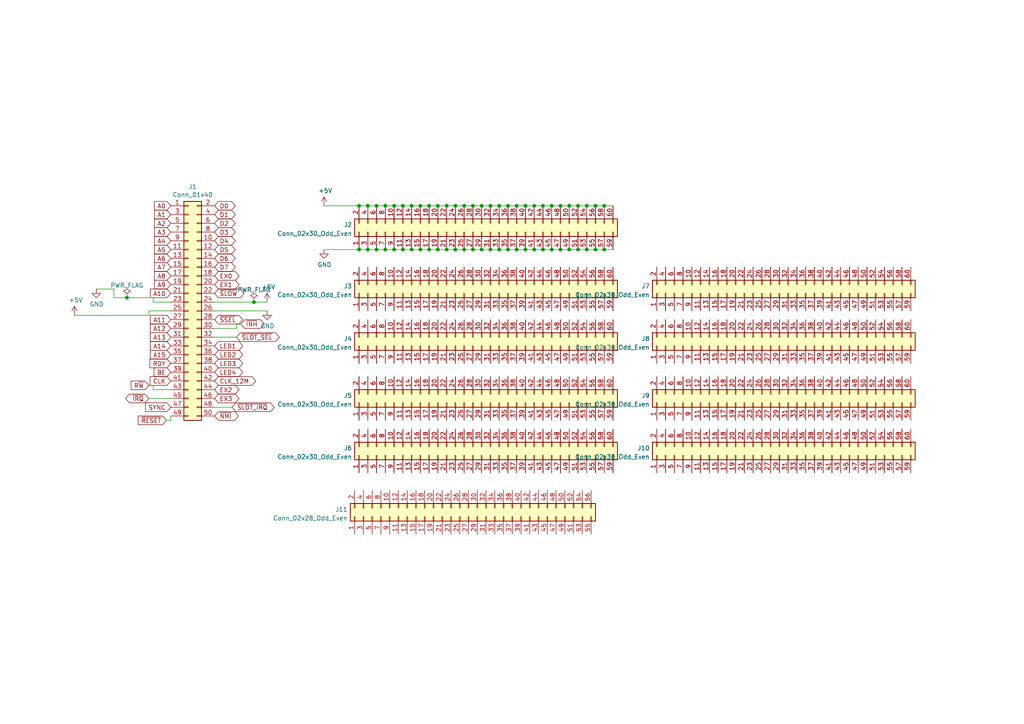
<source format=kicad_sch>
(kicad_sch (version 20211123) (generator eeschema)
  (paper "A4")
  (title_block (title "Planck 6502 prototype board") (date "2023-02-09") (rev "${VERSION}") (company "Six Pixels"))
  (lib_symbols
    (symbol "Connector_Generic:Conn_02x25_Odd_Even" (pin_names (offset 1.016) hide)
      (property "Reference" "J" (at 1.27 33.02 0))
      (property "Value" "Conn_02x25_Odd_Even" (at 1.27 -33.02 0))
      (symbol "Conn_02x25_Odd_Even_1_1"
        (rectangle (start -1.27 -30.353) (end 0 -30.607) (stroke (width 0.1524)))
        (rectangle (start -1.27 -27.813) (end 0 -28.067) (stroke (width 0.1524)))
        (rectangle (start -1.27 -25.273) (end 0 -25.527) (stroke (width 0.1524)))
        (rectangle (start -1.27 -22.733) (end 0 -22.987) (stroke (width 0.1524)))
        (rectangle (start -1.27 -20.193) (end 0 -20.447) (stroke (width 0.1524)))
        (rectangle (start -1.27 -17.653) (end 0 -17.907) (stroke (width 0.1524)))
        (rectangle (start -1.27 -15.113) (end 0 -15.367) (stroke (width 0.1524)))
        (rectangle (start -1.27 -12.573) (end 0 -12.827) (stroke (width 0.1524)))
        (rectangle (start -1.27 -10.033) (end 0 -10.287) (stroke (width 0.1524)))
        (rectangle (start -1.27 -7.493) (end 0 -7.747) (stroke (width 0.1524)))
        (rectangle (start -1.27 -4.953) (end 0 -5.207) (stroke (width 0.1524)))
        (rectangle (start -1.27 -2.413) (end 0 -2.667) (stroke (width 0.1524)))
        (rectangle (start -1.27 0.127) (end 0 -0.127) (stroke (width 0.1524)))
        (rectangle (start -1.27 2.667) (end 0 2.413) (stroke (width 0.1524)))
        (rectangle (start -1.27 5.207) (end 0 4.953) (stroke (width 0.1524)))
        (rectangle (start -1.27 7.747) (end 0 7.493) (stroke (width 0.1524)))
        (rectangle (start -1.27 10.287) (end 0 10.033) (stroke (width 0.1524)))
        (rectangle (start -1.27 12.827) (end 0 12.573) (stroke (width 0.1524)))
        (rectangle (start -1.27 15.367) (end 0 15.113) (stroke (width 0.1524)))
        (rectangle (start -1.27 17.907) (end 0 17.653) (stroke (width 0.1524)))
        (rectangle (start -1.27 20.447) (end 0 20.193) (stroke (width 0.1524)))
        (rectangle (start -1.27 22.987) (end 0 22.733) (stroke (width 0.1524)))
        (rectangle (start -1.27 25.527) (end 0 25.273) (stroke (width 0.1524)))
        (rectangle (start -1.27 28.067) (end 0 27.813) (stroke (width 0.1524)))
        (rectangle (start -1.27 30.607) (end 0 30.353) (stroke (width 0.1524)))
        (rectangle (start -1.27 31.75) (end 3.81 -31.75) (stroke (width 0.254)) (fill (type background)))
        (rectangle (start 3.81 -30.353) (end 2.54 -30.607) (stroke (width 0.1524)))
        (rectangle (start 3.81 -27.813) (end 2.54 -28.067) (stroke (width 0.1524)))
        (rectangle (start 3.81 -25.273) (end 2.54 -25.527) (stroke (width 0.1524)))
        (rectangle (start 3.81 -22.733) (end 2.54 -22.987) (stroke (width 0.1524)))
        (rectangle (start 3.81 -20.193) (end 2.54 -20.447) (stroke (width 0.1524)))
        (rectangle (start 3.81 -17.653) (end 2.54 -17.907) (stroke (width 0.1524)))
        (rectangle (start 3.81 -15.113) (end 2.54 -15.367) (stroke (width 0.1524)))
        (rectangle (start 3.81 -12.573) (end 2.54 -12.827) (stroke (width 0.1524)))
        (rectangle (start 3.81 -10.033) (end 2.54 -10.287) (stroke (width 0.1524)))
        (rectangle (start 3.81 -7.493) (end 2.54 -7.747) (stroke (width 0.1524)))
        (rectangle (start 3.81 -4.953) (end 2.54 -5.207) (stroke (width 0.1524)))
        (rectangle (start 3.81 -2.413) (end 2.54 -2.667) (stroke (width 0.1524)))
        (rectangle (start 3.81 0.127) (end 2.54 -0.127) (stroke (width 0.1524)))
        (rectangle (start 3.81 2.667) (end 2.54 2.413) (stroke (width 0.1524)))
        (rectangle (start 3.81 5.207) (end 2.54 4.953) (stroke (width 0.1524)))
        (rectangle (start 3.81 7.747) (end 2.54 7.493) (stroke (width 0.1524)))
        (rectangle (start 3.81 10.287) (end 2.54 10.033) (stroke (width 0.1524)))
        (rectangle (start 3.81 12.827) (end 2.54 12.573) (stroke (width 0.1524)))
        (rectangle (start 3.81 15.367) (end 2.54 15.113) (stroke (width 0.1524)))
        (rectangle (start 3.81 17.907) (end 2.54 17.653) (stroke (width 0.1524)))
        (rectangle (start 3.81 20.447) (end 2.54 20.193) (stroke (width 0.1524)))
        (rectangle (start 3.81 22.987) (end 2.54 22.733) (stroke (width 0.1524)))
        (rectangle (start 3.81 25.527) (end 2.54 25.273) (stroke (width 0.1524)))
        (rectangle (start 3.81 28.067) (end 2.54 27.813) (stroke (width 0.1524)))
        (rectangle (start 3.81 30.607) (end 2.54 30.353) (stroke (width 0.1524)))
        (pin passive line (at -5.08 30.48 0) (length 3.81) (name "Pin_1") (number "1"))
        (pin passive line (at 7.62 20.32 180) (length 3.81) (name "Pin_10") (number "10"))
        (pin passive line (at -5.08 17.78 0) (length 3.81) (name "Pin_11") (number "11"))
        (pin passive line (at 7.62 17.78 180) (length 3.81) (name "Pin_12") (number "12"))
        (pin passive line (at -5.08 15.24 0) (length 3.81) (name "Pin_13") (number "13"))
        (pin passive line (at 7.62 15.24 180) (length 3.81) (name "Pin_14") (number "14"))
        (pin passive line (at -5.08 12.7 0) (length 3.81) (name "Pin_15") (number "15"))
        (pin passive line (at 7.62 12.7 180) (length 3.81) (name "Pin_16") (number "16"))
        (pin passive line (at -5.08 10.16 0) (length 3.81) (name "Pin_17") (number "17"))
        (pin passive line (at 7.62 10.16 180) (length 3.81) (name "Pin_18") (number "18"))
        (pin passive line (at -5.08 7.62 0) (length 3.81) (name "Pin_19") (number "19"))
        (pin passive line (at 7.62 30.48 180) (length 3.81) (name "Pin_2") (number "2"))
        (pin passive line (at 7.62 7.62 180) (length 3.81) (name "Pin_20") (number "20"))
        (pin passive line (at -5.08 5.08 0) (length 3.81) (name "Pin_21") (number "21"))
        (pin passive line (at 7.62 5.08 180) (length 3.81) (name "Pin_22") (number "22"))
        (pin passive line (at -5.08 2.54 0) (length 3.81) (name "Pin_23") (number "23"))
        (pin passive line (at 7.62 2.54 180) (length 3.81) (name "Pin_24") (number "24"))
        (pin passive line (at -5.08 0 0) (length 3.81) (name "Pin_25") (number "25"))
        (pin passive line (at 7.62 0 180) (length 3.81) (name "Pin_26") (number "26"))
        (pin passive line (at -5.08 -2.54 0) (length 3.81) (name "Pin_27") (number "27"))
        (pin passive line (at 7.62 -2.54 180) (length 3.81) (name "Pin_28") (number "28"))
        (pin passive line (at -5.08 -5.08 0) (length 3.81) (name "Pin_29") (number "29"))
        (pin passive line (at -5.08 27.94 0) (length 3.81) (name "Pin_3") (number "3"))
        (pin passive line (at 7.62 -5.08 180) (length 3.81) (name "Pin_30") (number "30"))
        (pin passive line (at -5.08 -7.62 0) (length 3.81) (name "Pin_31") (number "31"))
        (pin passive line (at 7.62 -7.62 180) (length 3.81) (name "Pin_32") (number "32"))
        (pin passive line (at -5.08 -10.16 0) (length 3.81) (name "Pin_33") (number "33"))
        (pin passive line (at 7.62 -10.16 180) (length 3.81) (name "Pin_34") (number "34"))
        (pin passive line (at -5.08 -12.7 0) (length 3.81) (name "Pin_35") (number "35"))
        (pin passive line (at 7.62 -12.7 180) (length 3.81) (name "Pin_36") (number "36"))
        (pin passive line (at -5.08 -15.24 0) (length 3.81) (name "Pin_37") (number "37"))
        (pin passive line (at 7.62 -15.24 180) (length 3.81) (name "Pin_38") (number "38"))
        (pin passive line (at -5.08 -17.78 0) (length 3.81) (name "Pin_39") (number "39"))
        (pin passive line (at 7.62 27.94 180) (length 3.81) (name "Pin_4") (number "4"))
        (pin passive line (at 7.62 -17.78 180) (length 3.81) (name "Pin_40") (number "40"))
        (pin passive line (at -5.08 -20.32 0) (length 3.81) (name "Pin_41") (number "41"))
        (pin passive line (at 7.62 -20.32 180) (length 3.81) (name "Pin_42") (number "42"))
        (pin passive line (at -5.08 -22.86 0) (length 3.81) (name "Pin_43") (number "43"))
        (pin passive line (at 7.62 -22.86 180) (length 3.81) (name "Pin_44") (number "44"))
        (pin passive line (at -5.08 -25.4 0) (length 3.81) (name "Pin_45") (number "45"))
        (pin passive line (at 7.62 -25.4 180) (length 3.81) (name "Pin_46") (number "46"))
        (pin passive line (at -5.08 -27.94 0) (length 3.81) (name "Pin_47") (number "47"))
        (pin passive line (at 7.62 -27.94 180) (length 3.81) (name "Pin_48") (number "48"))
        (pin passive line (at -5.08 -30.48 0) (length 3.81) (name "Pin_49") (number "49"))
        (pin passive line (at -5.08 25.4 0) (length 3.81) (name "Pin_5") (number "5"))
        (pin passive line (at 7.62 -30.48 180) (length 3.81) (name "Pin_50") (number "50"))
        (pin passive line (at 7.62 25.4 180) (length 3.81) (name "Pin_6") (number "6"))
        (pin passive line (at -5.08 22.86 0) (length 3.81) (name "Pin_7") (number "7"))
        (pin passive line (at 7.62 22.86 180) (length 3.81) (name "Pin_8") (number "8"))
        (pin passive line (at -5.08 20.32 0) (length 3.81) (name "Pin_9") (number "9"))
      )
    )
    (symbol "Connector_Generic:Conn_02x28_Odd_Even" (pin_names (offset 1.016) hide)
      (property "Reference" "J" (at 1.27 35.56 0))
      (property "Value" "Conn_02x28_Odd_Even" (at 1.27 -38.1 0))
      (symbol "Conn_02x28_Odd_Even_1_1"
        (rectangle (start -1.27 -35.433) (end 0 -35.687) (stroke (width 0.1524)))
        (rectangle (start -1.27 -32.893) (end 0 -33.147) (stroke (width 0.1524)))
        (rectangle (start -1.27 -30.353) (end 0 -30.607) (stroke (width 0.1524)))
        (rectangle (start -1.27 -27.813) (end 0 -28.067) (stroke (width 0.1524)))
        (rectangle (start -1.27 -25.273) (end 0 -25.527) (stroke (width 0.1524)))
        (rectangle (start -1.27 -22.733) (end 0 -22.987) (stroke (width 0.1524)))
        (rectangle (start -1.27 -20.193) (end 0 -20.447) (stroke (width 0.1524)))
        (rectangle (start -1.27 -17.653) (end 0 -17.907) (stroke (width 0.1524)))
        (rectangle (start -1.27 -15.113) (end 0 -15.367) (stroke (width 0.1524)))
        (rectangle (start -1.27 -12.573) (end 0 -12.827) (stroke (width 0.1524)))
        (rectangle (start -1.27 -10.033) (end 0 -10.287) (stroke (width 0.1524)))
        (rectangle (start -1.27 -7.493) (end 0 -7.747) (stroke (width 0.1524)))
        (rectangle (start -1.27 -4.953) (end 0 -5.207) (stroke (width 0.1524)))
        (rectangle (start -1.27 -2.413) (end 0 -2.667) (stroke (width 0.1524)))
        (rectangle (start -1.27 0.127) (end 0 -0.127) (stroke (width 0.1524)))
        (rectangle (start -1.27 2.667) (end 0 2.413) (stroke (width 0.1524)))
        (rectangle (start -1.27 5.207) (end 0 4.953) (stroke (width 0.1524)))
        (rectangle (start -1.27 7.747) (end 0 7.493) (stroke (width 0.1524)))
        (rectangle (start -1.27 10.287) (end 0 10.033) (stroke (width 0.1524)))
        (rectangle (start -1.27 12.827) (end 0 12.573) (stroke (width 0.1524)))
        (rectangle (start -1.27 15.367) (end 0 15.113) (stroke (width 0.1524)))
        (rectangle (start -1.27 17.907) (end 0 17.653) (stroke (width 0.1524)))
        (rectangle (start -1.27 20.447) (end 0 20.193) (stroke (width 0.1524)))
        (rectangle (start -1.27 22.987) (end 0 22.733) (stroke (width 0.1524)))
        (rectangle (start -1.27 25.527) (end 0 25.273) (stroke (width 0.1524)))
        (rectangle (start -1.27 28.067) (end 0 27.813) (stroke (width 0.1524)))
        (rectangle (start -1.27 30.607) (end 0 30.353) (stroke (width 0.1524)))
        (rectangle (start -1.27 33.147) (end 0 32.893) (stroke (width 0.1524)))
        (rectangle (start -1.27 34.29) (end 3.81 -36.83) (stroke (width 0.254)) (fill (type background)))
        (rectangle (start 3.81 -35.433) (end 2.54 -35.687) (stroke (width 0.1524)))
        (rectangle (start 3.81 -32.893) (end 2.54 -33.147) (stroke (width 0.1524)))
        (rectangle (start 3.81 -30.353) (end 2.54 -30.607) (stroke (width 0.1524)))
        (rectangle (start 3.81 -27.813) (end 2.54 -28.067) (stroke (width 0.1524)))
        (rectangle (start 3.81 -25.273) (end 2.54 -25.527) (stroke (width 0.1524)))
        (rectangle (start 3.81 -22.733) (end 2.54 -22.987) (stroke (width 0.1524)))
        (rectangle (start 3.81 -20.193) (end 2.54 -20.447) (stroke (width 0.1524)))
        (rectangle (start 3.81 -17.653) (end 2.54 -17.907) (stroke (width 0.1524)))
        (rectangle (start 3.81 -15.113) (end 2.54 -15.367) (stroke (width 0.1524)))
        (rectangle (start 3.81 -12.573) (end 2.54 -12.827) (stroke (width 0.1524)))
        (rectangle (start 3.81 -10.033) (end 2.54 -10.287) (stroke (width 0.1524)))
        (rectangle (start 3.81 -7.493) (end 2.54 -7.747) (stroke (width 0.1524)))
        (rectangle (start 3.81 -4.953) (end 2.54 -5.207) (stroke (width 0.1524)))
        (rectangle (start 3.81 -2.413) (end 2.54 -2.667) (stroke (width 0.1524)))
        (rectangle (start 3.81 0.127) (end 2.54 -0.127) (stroke (width 0.1524)))
        (rectangle (start 3.81 2.667) (end 2.54 2.413) (stroke (width 0.1524)))
        (rectangle (start 3.81 5.207) (end 2.54 4.953) (stroke (width 0.1524)))
        (rectangle (start 3.81 7.747) (end 2.54 7.493) (stroke (width 0.1524)))
        (rectangle (start 3.81 10.287) (end 2.54 10.033) (stroke (width 0.1524)))
        (rectangle (start 3.81 12.827) (end 2.54 12.573) (stroke (width 0.1524)))
        (rectangle (start 3.81 15.367) (end 2.54 15.113) (stroke (width 0.1524)))
        (rectangle (start 3.81 17.907) (end 2.54 17.653) (stroke (width 0.1524)))
        (rectangle (start 3.81 20.447) (end 2.54 20.193) (stroke (width 0.1524)))
        (rectangle (start 3.81 22.987) (end 2.54 22.733) (stroke (width 0.1524)))
        (rectangle (start 3.81 25.527) (end 2.54 25.273) (stroke (width 0.1524)))
        (rectangle (start 3.81 28.067) (end 2.54 27.813) (stroke (width 0.1524)))
        (rectangle (start 3.81 30.607) (end 2.54 30.353) (stroke (width 0.1524)))
        (rectangle (start 3.81 33.147) (end 2.54 32.893) (stroke (width 0.1524)))
        (pin passive line (at -5.08 33.02 0) (length 3.81) (name "Pin_1") (number "1"))
        (pin passive line (at 7.62 22.86 180) (length 3.81) (name "Pin_10") (number "10"))
        (pin passive line (at -5.08 20.32 0) (length 3.81) (name "Pin_11") (number "11"))
        (pin passive line (at 7.62 20.32 180) (length 3.81) (name "Pin_12") (number "12"))
        (pin passive line (at -5.08 17.78 0) (length 3.81) (name "Pin_13") (number "13"))
        (pin passive line (at 7.62 17.78 180) (length 3.81) (name "Pin_14") (number "14"))
        (pin passive line (at -5.08 15.24 0) (length 3.81) (name "Pin_15") (number "15"))
        (pin passive line (at 7.62 15.24 180) (length 3.81) (name "Pin_16") (number "16"))
        (pin passive line (at -5.08 12.7 0) (length 3.81) (name "Pin_17") (number "17"))
        (pin passive line (at 7.62 12.7 180) (length 3.81) (name "Pin_18") (number "18"))
        (pin passive line (at -5.08 10.16 0) (length 3.81) (name "Pin_19") (number "19"))
        (pin passive line (at 7.62 33.02 180) (length 3.81) (name "Pin_2") (number "2"))
        (pin passive line (at 7.62 10.16 180) (length 3.81) (name "Pin_20") (number "20"))
        (pin passive line (at -5.08 7.62 0) (length 3.81) (name "Pin_21") (number "21"))
        (pin passive line (at 7.62 7.62 180) (length 3.81) (name "Pin_22") (number "22"))
        (pin passive line (at -5.08 5.08 0) (length 3.81) (name "Pin_23") (number "23"))
        (pin passive line (at 7.62 5.08 180) (length 3.81) (name "Pin_24") (number "24"))
        (pin passive line (at -5.08 2.54 0) (length 3.81) (name "Pin_25") (number "25"))
        (pin passive line (at 7.62 2.54 180) (length 3.81) (name "Pin_26") (number "26"))
        (pin passive line (at -5.08 0 0) (length 3.81) (name "Pin_27") (number "27"))
        (pin passive line (at 7.62 0 180) (length 3.81) (name "Pin_28") (number "28"))
        (pin passive line (at -5.08 -2.54 0) (length 3.81) (name "Pin_29") (number "29"))
        (pin passive line (at -5.08 30.48 0) (length 3.81) (name "Pin_3") (number "3"))
        (pin passive line (at 7.62 -2.54 180) (length 3.81) (name "Pin_30") (number "30"))
        (pin passive line (at -5.08 -5.08 0) (length 3.81) (name "Pin_31") (number "31"))
        (pin passive line (at 7.62 -5.08 180) (length 3.81) (name "Pin_32") (number "32"))
        (pin passive line (at -5.08 -7.62 0) (length 3.81) (name "Pin_33") (number "33"))
        (pin passive line (at 7.62 -7.62 180) (length 3.81) (name "Pin_34") (number "34"))
        (pin passive line (at -5.08 -10.16 0) (length 3.81) (name "Pin_35") (number "35"))
        (pin passive line (at 7.62 -10.16 180) (length 3.81) (name "Pin_36") (number "36"))
        (pin passive line (at -5.08 -12.7 0) (length 3.81) (name "Pin_37") (number "37"))
        (pin passive line (at 7.62 -12.7 180) (length 3.81) (name "Pin_38") (number "38"))
        (pin passive line (at -5.08 -15.24 0) (length 3.81) (name "Pin_39") (number "39"))
        (pin passive line (at 7.62 30.48 180) (length 3.81) (name "Pin_4") (number "4"))
        (pin passive line (at 7.62 -15.24 180) (length 3.81) (name "Pin_40") (number "40"))
        (pin passive line (at -5.08 -17.78 0) (length 3.81) (name "Pin_41") (number "41"))
        (pin passive line (at 7.62 -17.78 180) (length 3.81) (name "Pin_42") (number "42"))
        (pin passive line (at -5.08 -20.32 0) (length 3.81) (name "Pin_43") (number "43"))
        (pin passive line (at 7.62 -20.32 180) (length 3.81) (name "Pin_44") (number "44"))
        (pin passive line (at -5.08 -22.86 0) (length 3.81) (name "Pin_45") (number "45"))
        (pin passive line (at 7.62 -22.86 180) (length 3.81) (name "Pin_46") (number "46"))
        (pin passive line (at -5.08 -25.4 0) (length 3.81) (name "Pin_47") (number "47"))
        (pin passive line (at 7.62 -25.4 180) (length 3.81) (name "Pin_48") (number "48"))
        (pin passive line (at -5.08 -27.94 0) (length 3.81) (name "Pin_49") (number "49"))
        (pin passive line (at -5.08 27.94 0) (length 3.81) (name "Pin_5") (number "5"))
        (pin passive line (at 7.62 -27.94 180) (length 3.81) (name "Pin_50") (number "50"))
        (pin passive line (at -5.08 -30.48 0) (length 3.81) (name "Pin_51") (number "51"))
        (pin passive line (at 7.62 -30.48 180) (length 3.81) (name "Pin_52") (number "52"))
        (pin passive line (at -5.08 -33.02 0) (length 3.81) (name "Pin_53") (number "53"))
        (pin passive line (at 7.62 -33.02 180) (length 3.81) (name "Pin_54") (number "54"))
        (pin passive line (at -5.08 -35.56 0) (length 3.81) (name "Pin_55") (number "55"))
        (pin passive line (at 7.62 -35.56 180) (length 3.81) (name "Pin_56") (number "56"))
        (pin passive line (at 7.62 27.94 180) (length 3.81) (name "Pin_6") (number "6"))
        (pin passive line (at -5.08 25.4 0) (length 3.81) (name "Pin_7") (number "7"))
        (pin passive line (at 7.62 25.4 180) (length 3.81) (name "Pin_8") (number "8"))
        (pin passive line (at -5.08 22.86 0) (length 3.81) (name "Pin_9") (number "9"))
      )
    )
    (symbol "Connector_Generic:Conn_02x30_Odd_Even" (pin_names (offset 1.016) hide)
      (property "Reference" "J" (at 1.27 38.1 0))
      (property "Value" "Conn_02x30_Odd_Even" (at 1.27 -40.64 0))
      (symbol "Conn_02x30_Odd_Even_1_1"
        (rectangle (start -1.27 -37.973) (end 0 -38.227) (stroke (width 0.1524)))
        (rectangle (start -1.27 -35.433) (end 0 -35.687) (stroke (width 0.1524)))
        (rectangle (start -1.27 -32.893) (end 0 -33.147) (stroke (width 0.1524)))
        (rectangle (start -1.27 -30.353) (end 0 -30.607) (stroke (width 0.1524)))
        (rectangle (start -1.27 -27.813) (end 0 -28.067) (stroke (width 0.1524)))
        (rectangle (start -1.27 -25.273) (end 0 -25.527) (stroke (width 0.1524)))
        (rectangle (start -1.27 -22.733) (end 0 -22.987) (stroke (width 0.1524)))
        (rectangle (start -1.27 -20.193) (end 0 -20.447) (stroke (width 0.1524)))
        (rectangle (start -1.27 -17.653) (end 0 -17.907) (stroke (width 0.1524)))
        (rectangle (start -1.27 -15.113) (end 0 -15.367) (stroke (width 0.1524)))
        (rectangle (start -1.27 -12.573) (end 0 -12.827) (stroke (width 0.1524)))
        (rectangle (start -1.27 -10.033) (end 0 -10.287) (stroke (width 0.1524)))
        (rectangle (start -1.27 -7.493) (end 0 -7.747) (stroke (width 0.1524)))
        (rectangle (start -1.27 -4.953) (end 0 -5.207) (stroke (width 0.1524)))
        (rectangle (start -1.27 -2.413) (end 0 -2.667) (stroke (width 0.1524)))
        (rectangle (start -1.27 0.127) (end 0 -0.127) (stroke (width 0.1524)))
        (rectangle (start -1.27 2.667) (end 0 2.413) (stroke (width 0.1524)))
        (rectangle (start -1.27 5.207) (end 0 4.953) (stroke (width 0.1524)))
        (rectangle (start -1.27 7.747) (end 0 7.493) (stroke (width 0.1524)))
        (rectangle (start -1.27 10.287) (end 0 10.033) (stroke (width 0.1524)))
        (rectangle (start -1.27 12.827) (end 0 12.573) (stroke (width 0.1524)))
        (rectangle (start -1.27 15.367) (end 0 15.113) (stroke (width 0.1524)))
        (rectangle (start -1.27 17.907) (end 0 17.653) (stroke (width 0.1524)))
        (rectangle (start -1.27 20.447) (end 0 20.193) (stroke (width 0.1524)))
        (rectangle (start -1.27 22.987) (end 0 22.733) (stroke (width 0.1524)))
        (rectangle (start -1.27 25.527) (end 0 25.273) (stroke (width 0.1524)))
        (rectangle (start -1.27 28.067) (end 0 27.813) (stroke (width 0.1524)))
        (rectangle (start -1.27 30.607) (end 0 30.353) (stroke (width 0.1524)))
        (rectangle (start -1.27 33.147) (end 0 32.893) (stroke (width 0.1524)))
        (rectangle (start -1.27 35.687) (end 0 35.433) (stroke (width 0.1524)))
        (rectangle (start -1.27 36.83) (end 3.81 -39.37) (stroke (width 0.254)) (fill (type background)))
        (rectangle (start 3.81 -37.973) (end 2.54 -38.227) (stroke (width 0.1524)))
        (rectangle (start 3.81 -35.433) (end 2.54 -35.687) (stroke (width 0.1524)))
        (rectangle (start 3.81 -32.893) (end 2.54 -33.147) (stroke (width 0.1524)))
        (rectangle (start 3.81 -30.353) (end 2.54 -30.607) (stroke (width 0.1524)))
        (rectangle (start 3.81 -27.813) (end 2.54 -28.067) (stroke (width 0.1524)))
        (rectangle (start 3.81 -25.273) (end 2.54 -25.527) (stroke (width 0.1524)))
        (rectangle (start 3.81 -22.733) (end 2.54 -22.987) (stroke (width 0.1524)))
        (rectangle (start 3.81 -20.193) (end 2.54 -20.447) (stroke (width 0.1524)))
        (rectangle (start 3.81 -17.653) (end 2.54 -17.907) (stroke (width 0.1524)))
        (rectangle (start 3.81 -15.113) (end 2.54 -15.367) (stroke (width 0.1524)))
        (rectangle (start 3.81 -12.573) (end 2.54 -12.827) (stroke (width 0.1524)))
        (rectangle (start 3.81 -10.033) (end 2.54 -10.287) (stroke (width 0.1524)))
        (rectangle (start 3.81 -7.493) (end 2.54 -7.747) (stroke (width 0.1524)))
        (rectangle (start 3.81 -4.953) (end 2.54 -5.207) (stroke (width 0.1524)))
        (rectangle (start 3.81 -2.413) (end 2.54 -2.667) (stroke (width 0.1524)))
        (rectangle (start 3.81 0.127) (end 2.54 -0.127) (stroke (width 0.1524)))
        (rectangle (start 3.81 2.667) (end 2.54 2.413) (stroke (width 0.1524)))
        (rectangle (start 3.81 5.207) (end 2.54 4.953) (stroke (width 0.1524)))
        (rectangle (start 3.81 7.747) (end 2.54 7.493) (stroke (width 0.1524)))
        (rectangle (start 3.81 10.287) (end 2.54 10.033) (stroke (width 0.1524)))
        (rectangle (start 3.81 12.827) (end 2.54 12.573) (stroke (width 0.1524)))
        (rectangle (start 3.81 15.367) (end 2.54 15.113) (stroke (width 0.1524)))
        (rectangle (start 3.81 17.907) (end 2.54 17.653) (stroke (width 0.1524)))
        (rectangle (start 3.81 20.447) (end 2.54 20.193) (stroke (width 0.1524)))
        (rectangle (start 3.81 22.987) (end 2.54 22.733) (stroke (width 0.1524)))
        (rectangle (start 3.81 25.527) (end 2.54 25.273) (stroke (width 0.1524)))
        (rectangle (start 3.81 28.067) (end 2.54 27.813) (stroke (width 0.1524)))
        (rectangle (start 3.81 30.607) (end 2.54 30.353) (stroke (width 0.1524)))
        (rectangle (start 3.81 33.147) (end 2.54 32.893) (stroke (width 0.1524)))
        (rectangle (start 3.81 35.687) (end 2.54 35.433) (stroke (width 0.1524)))
        (pin passive line (at -5.08 35.56 0) (length 3.81) (name "Pin_1") (number "1"))
        (pin passive line (at 7.62 25.4 180) (length 3.81) (name "Pin_10") (number "10"))
        (pin passive line (at -5.08 22.86 0) (length 3.81) (name "Pin_11") (number "11"))
        (pin passive line (at 7.62 22.86 180) (length 3.81) (name "Pin_12") (number "12"))
        (pin passive line (at -5.08 20.32 0) (length 3.81) (name "Pin_13") (number "13"))
        (pin passive line (at 7.62 20.32 180) (length 3.81) (name "Pin_14") (number "14"))
        (pin passive line (at -5.08 17.78 0) (length 3.81) (name "Pin_15") (number "15"))
        (pin passive line (at 7.62 17.78 180) (length 3.81) (name "Pin_16") (number "16"))
        (pin passive line (at -5.08 15.24 0) (length 3.81) (name "Pin_17") (number "17"))
        (pin passive line (at 7.62 15.24 180) (length 3.81) (name "Pin_18") (number "18"))
        (pin passive line (at -5.08 12.7 0) (length 3.81) (name "Pin_19") (number "19"))
        (pin passive line (at 7.62 35.56 180) (length 3.81) (name "Pin_2") (number "2"))
        (pin passive line (at 7.62 12.7 180) (length 3.81) (name "Pin_20") (number "20"))
        (pin passive line (at -5.08 10.16 0) (length 3.81) (name "Pin_21") (number "21"))
        (pin passive line (at 7.62 10.16 180) (length 3.81) (name "Pin_22") (number "22"))
        (pin passive line (at -5.08 7.62 0) (length 3.81) (name "Pin_23") (number "23"))
        (pin passive line (at 7.62 7.62 180) (length 3.81) (name "Pin_24") (number "24"))
        (pin passive line (at -5.08 5.08 0) (length 3.81) (name "Pin_25") (number "25"))
        (pin passive line (at 7.62 5.08 180) (length 3.81) (name "Pin_26") (number "26"))
        (pin passive line (at -5.08 2.54 0) (length 3.81) (name "Pin_27") (number "27"))
        (pin passive line (at 7.62 2.54 180) (length 3.81) (name "Pin_28") (number "28"))
        (pin passive line (at -5.08 0 0) (length 3.81) (name "Pin_29") (number "29"))
        (pin passive line (at -5.08 33.02 0) (length 3.81) (name "Pin_3") (number "3"))
        (pin passive line (at 7.62 0 180) (length 3.81) (name "Pin_30") (number "30"))
        (pin passive line (at -5.08 -2.54 0) (length 3.81) (name "Pin_31") (number "31"))
        (pin passive line (at 7.62 -2.54 180) (length 3.81) (name "Pin_32") (number "32"))
        (pin passive line (at -5.08 -5.08 0) (length 3.81) (name "Pin_33") (number "33"))
        (pin passive line (at 7.62 -5.08 180) (length 3.81) (name "Pin_34") (number "34"))
        (pin passive line (at -5.08 -7.62 0) (length 3.81) (name "Pin_35") (number "35"))
        (pin passive line (at 7.62 -7.62 180) (length 3.81) (name "Pin_36") (number "36"))
        (pin passive line (at -5.08 -10.16 0) (length 3.81) (name "Pin_37") (number "37"))
        (pin passive line (at 7.62 -10.16 180) (length 3.81) (name "Pin_38") (number "38"))
        (pin passive line (at -5.08 -12.7 0) (length 3.81) (name "Pin_39") (number "39"))
        (pin passive line (at 7.62 33.02 180) (length 3.81) (name "Pin_4") (number "4"))
        (pin passive line (at 7.62 -12.7 180) (length 3.81) (name "Pin_40") (number "40"))
        (pin passive line (at -5.08 -15.24 0) (length 3.81) (name "Pin_41") (number "41"))
        (pin passive line (at 7.62 -15.24 180) (length 3.81) (name "Pin_42") (number "42"))
        (pin passive line (at -5.08 -17.78 0) (length 3.81) (name "Pin_43") (number "43"))
        (pin passive line (at 7.62 -17.78 180) (length 3.81) (name "Pin_44") (number "44"))
        (pin passive line (at -5.08 -20.32 0) (length 3.81) (name "Pin_45") (number "45"))
        (pin passive line (at 7.62 -20.32 180) (length 3.81) (name "Pin_46") (number "46"))
        (pin passive line (at -5.08 -22.86 0) (length 3.81) (name "Pin_47") (number "47"))
        (pin passive line (at 7.62 -22.86 180) (length 3.81) (name "Pin_48") (number "48"))
        (pin passive line (at -5.08 -25.4 0) (length 3.81) (name "Pin_49") (number "49"))
        (pin passive line (at -5.08 30.48 0) (length 3.81) (name "Pin_5") (number "5"))
        (pin passive line (at 7.62 -25.4 180) (length 3.81) (name "Pin_50") (number "50"))
        (pin passive line (at -5.08 -27.94 0) (length 3.81) (name "Pin_51") (number "51"))
        (pin passive line (at 7.62 -27.94 180) (length 3.81) (name "Pin_52") (number "52"))
        (pin passive line (at -5.08 -30.48 0) (length 3.81) (name "Pin_53") (number "53"))
        (pin passive line (at 7.62 -30.48 180) (length 3.81) (name "Pin_54") (number "54"))
        (pin passive line (at -5.08 -33.02 0) (length 3.81) (name "Pin_55") (number "55"))
        (pin passive line (at 7.62 -33.02 180) (length 3.81) (name "Pin_56") (number "56"))
        (pin passive line (at -5.08 -35.56 0) (length 3.81) (name "Pin_57") (number "57"))
        (pin passive line (at 7.62 -35.56 180) (length 3.81) (name "Pin_58") (number "58"))
        (pin passive line (at -5.08 -38.1 0) (length 3.81) (name "Pin_59") (number "59"))
        (pin passive line (at 7.62 30.48 180) (length 3.81) (name "Pin_6") (number "6"))
        (pin passive line (at 7.62 -38.1 180) (length 3.81) (name "Pin_60") (number "60"))
        (pin passive line (at -5.08 27.94 0) (length 3.81) (name "Pin_7") (number "7"))
        (pin passive line (at 7.62 27.94 180) (length 3.81) (name "Pin_8") (number "8"))
        (pin passive line (at -5.08 25.4 0) (length 3.81) (name "Pin_9") (number "9"))
      )
    )
    (symbol "power:+5V" (power) (pin_names (offset 0))
      (property "Value" "+5V" (at 0 3.556 0))
      (symbol "+5V_0_1"
        (polyline (pts (xy -0.762 1.27) (xy 0 2.54)))
        (polyline (pts (xy 0 0) (xy 0 2.54)))
        (polyline (pts (xy 0 2.54) (xy 0.762 1.27)))
      )
      (symbol "+5V_1_1"
        (pin power_in line (at 0 0 90) (length 0) hide (name "+5V") (number "1"))
      )
    )
    (symbol "power:GND" (power) (pin_names (offset 0))
      (property "Value" "GND" (at 0 -3.81 0))
      (symbol "GND_0_1"
        (polyline (pts (xy 0 0) (xy 0 -1.27) (xy 1.27 -1.27) (xy 0 -2.54) (xy -1.27 -1.27) (xy 0 -1.27)))
      )
      (symbol "GND_1_1"
        (pin power_in line (at 0 0 270) (length 0) hide (name "GND") (number "1"))
      )
    )
    (symbol "power:PWR_FLAG" (power) (pin_numbers hide) (pin_names (offset 0) hide)
      (property "Value" "PWR_FLAG" (at 0 3.81 0))
      (symbol "PWR_FLAG_0_0"
        (pin power_out line (at 0 0 90) (length 0) (name "pwr") (number "1"))
      )
      (symbol "PWR_FLAG_0_1"
        (polyline (pts (xy 0 0) (xy 0 1.27) (xy -1.016 1.905) (xy 0 2.54) (xy 1.016 1.905) (xy 0 1.27)))
      )
    )
  )
  (junction (at 144.78 72.39))
  (junction (at 124.46 72.39))
  (junction (at 142.24 72.39))
  (junction (at 152.4 59.69))
  (junction (at 167.64 72.39))
  (junction (at 114.3 72.39))
  (junction (at 162.56 59.69))
  (junction (at 172.72 59.69))
  (junction (at 154.94 59.69))
  (junction (at 109.22 72.39))
  (junction (at 167.64 59.69))
  (junction (at 139.7 72.39))
  (junction (at 165.1 59.69))
  (junction (at 127 59.69))
  (junction (at 127 72.39))
  (junction (at 111.76 59.69))
  (junction (at 152.4 72.39))
  (junction (at 104.14 72.39))
  (junction (at 134.62 72.39))
  (junction (at 129.54 59.69))
  (junction (at 73.66 87.63))
  (junction (at 175.26 59.69))
  (junction (at 157.48 72.39))
  (junction (at 157.48 59.69))
  (junction (at 111.76 72.39))
  (junction (at 172.72 72.39))
  (junction (at 36.83 86.36))
  (junction (at 129.54 72.39))
  (junction (at 170.18 59.69))
  (junction (at 147.32 72.39))
  (junction (at 132.08 59.69))
  (junction (at 142.24 59.69))
  (junction (at 160.02 72.39))
  (junction (at 165.1 72.39))
  (junction (at 106.68 59.69))
  (junction (at 121.92 59.69))
  (junction (at 144.78 59.69))
  (junction (at 160.02 59.69))
  (junction (at 114.3 59.69))
  (junction (at 134.62 59.69))
  (junction (at 121.92 72.39))
  (junction (at 124.46 59.69))
  (junction (at 132.08 72.39))
  (junction (at 147.32 59.69))
  (junction (at 109.22 59.69))
  (junction (at 119.38 72.39))
  (junction (at 175.26 72.39))
  (junction (at 106.68 72.39))
  (junction (at 139.7 59.69))
  (junction (at 104.14 59.69))
  (junction (at 116.84 59.69))
  (junction (at 154.94 72.39))
  (junction (at 137.16 59.69))
  (junction (at 149.86 72.39))
  (junction (at 170.18 72.39))
  (junction (at 137.16 72.39))
  (junction (at 149.86 59.69))
  (junction (at 116.84 72.39))
  (junction (at 162.56 72.39))
  (junction (at 119.38 59.69))
  (wire (pts (xy 160.02 72.39) (xy 162.56 72.39)))
  (wire (pts (xy 121.92 72.39) (xy 124.46 72.39)))
  (wire (pts (xy 175.26 59.69) (xy 177.8 59.69)))
  (wire (pts (xy 109.22 72.39) (xy 111.76 72.39)))
  (wire (pts (xy 116.84 59.69) (xy 119.38 59.69)))
  (wire (pts (xy 157.48 59.69) (xy 160.02 59.69)))
  (wire (pts (xy 67.31 118.11) (xy 62.23 118.11)))
  (wire (pts (xy 144.78 72.39) (xy 147.32 72.39)))
  (wire (pts (xy 33.02 83.82) (xy 27.94 83.82)))
  (wire (pts (xy 167.64 72.39) (xy 170.18 72.39)))
  (wire (pts (xy 106.68 72.39) (xy 109.22 72.39)))
  (wire (pts (xy 44.45 87.63) (xy 44.45 86.36)))
  (wire (pts (xy 175.26 72.39) (xy 177.8 72.39)))
  (wire (pts (xy 49.53 90.17) (xy 43.18 90.17)))
  (wire (pts (xy 68.58 97.79) (xy 62.23 97.79)))
  (wire (pts (xy 127 72.39) (xy 129.54 72.39)))
  (wire (pts (xy 68.58 93.98) (xy 68.58 95.25)))
  (wire (pts (xy 165.1 59.69) (xy 167.64 59.69)))
  (wire (pts (xy 73.66 87.63) (xy 77.47 87.63)))
  (wire (pts (xy 114.3 59.69) (xy 116.84 59.69)))
  (wire (pts (xy 93.98 59.69) (xy 104.14 59.69)))
  (wire (pts (xy 109.22 59.69) (xy 111.76 59.69)))
  (wire (pts (xy 93.98 72.39) (xy 104.14 72.39)))
  (wire (pts (xy 111.76 72.39) (xy 114.3 72.39)))
  (wire (pts (xy 44.45 87.63) (xy 49.53 87.63)))
  (wire (pts (xy 154.94 72.39) (xy 157.48 72.39)))
  (wire (pts (xy 124.46 59.69) (xy 127 59.69)))
  (wire (pts (xy 62.23 90.17) (xy 77.47 90.17)))
  (wire (pts (xy 44.45 111.76) (xy 44.45 113.03)))
  (wire (pts (xy 129.54 72.39) (xy 132.08 72.39)))
  (wire (pts (xy 124.46 72.39) (xy 127 72.39)))
  (wire (pts (xy 147.32 72.39) (xy 149.86 72.39)))
  (wire (pts (xy 172.72 72.39) (xy 175.26 72.39)))
  (wire (pts (xy 121.92 59.69) (xy 124.46 59.69)))
  (wire (pts (xy 170.18 72.39) (xy 172.72 72.39)))
  (wire (pts (xy 144.78 59.69) (xy 147.32 59.69)))
  (wire (pts (xy 134.62 72.39) (xy 137.16 72.39)))
  (wire (pts (xy 172.72 59.69) (xy 175.26 59.69)))
  (wire (pts (xy 119.38 59.69) (xy 121.92 59.69)))
  (wire (pts (xy 132.08 72.39) (xy 134.62 72.39)))
  (wire (pts (xy 69.85 93.98) (xy 68.58 93.98)))
  (wire (pts (xy 116.84 72.39) (xy 119.38 72.39)))
  (wire (pts (xy 154.94 59.69) (xy 157.48 59.69)))
  (wire (pts (xy 49.53 121.92) (xy 49.53 120.65)))
  (wire (pts (xy 111.76 59.69) (xy 114.3 59.69)))
  (wire (pts (xy 21.59 91.44) (xy 43.18 91.44)))
  (wire (pts (xy 132.08 59.69) (xy 134.62 59.69)))
  (wire (pts (xy 43.18 91.44) (xy 43.18 90.17)))
  (wire (pts (xy 149.86 72.39) (xy 152.4 72.39)))
  (wire (pts (xy 147.32 59.69) (xy 149.86 59.69)))
  (wire (pts (xy 68.58 95.25) (xy 62.23 95.25)))
  (wire (pts (xy 104.14 59.69) (xy 106.68 59.69)))
  (wire (pts (xy 44.45 113.03) (xy 49.53 113.03)))
  (wire (pts (xy 127 59.69) (xy 129.54 59.69)))
  (wire (pts (xy 33.02 86.36) (xy 33.02 83.82)))
  (wire (pts (xy 152.4 59.69) (xy 154.94 59.69)))
  (wire (pts (xy 114.3 72.39) (xy 116.84 72.39)))
  (wire (pts (xy 165.1 72.39) (xy 167.64 72.39)))
  (wire (pts (xy 139.7 59.69) (xy 142.24 59.69)))
  (wire (pts (xy 162.56 59.69) (xy 165.1 59.69)))
  (wire (pts (xy 142.24 72.39) (xy 144.78 72.39)))
  (wire (pts (xy 160.02 59.69) (xy 162.56 59.69)))
  (wire (pts (xy 167.64 59.69) (xy 170.18 59.69)))
  (wire (pts (xy 104.14 72.39) (xy 106.68 72.39)))
  (wire (pts (xy 48.26 121.92) (xy 49.53 121.92)))
  (wire (pts (xy 142.24 59.69) (xy 144.78 59.69)))
  (wire (pts (xy 43.18 111.76) (xy 44.45 111.76)))
  (wire (pts (xy 139.7 72.39) (xy 142.24 72.39)))
  (wire (pts (xy 43.18 115.57) (xy 49.53 115.57)))
  (wire (pts (xy 137.16 59.69) (xy 139.7 59.69)))
  (wire (pts (xy 62.23 87.63) (xy 73.66 87.63)))
  (wire (pts (xy 152.4 72.39) (xy 154.94 72.39)))
  (wire (pts (xy 157.48 72.39) (xy 160.02 72.39)))
  (wire (pts (xy 129.54 59.69) (xy 132.08 59.69)))
  (wire (pts (xy 33.02 86.36) (xy 36.83 86.36)))
  (wire (pts (xy 137.16 72.39) (xy 139.7 72.39)))
  (wire (pts (xy 149.86 59.69) (xy 152.4 59.69)))
  (wire (pts (xy 119.38 72.39) (xy 121.92 72.39)))
  (wire (pts (xy 134.62 59.69) (xy 137.16 59.69)))
  (wire (pts (xy 106.68 59.69) (xy 109.22 59.69)))
  (wire (pts (xy 170.18 59.69) (xy 172.72 59.69)))
  (wire (pts (xy 162.56 72.39) (xy 165.1 72.39)))
  (wire (pts (xy 36.83 86.36) (xy 44.45 86.36)))
  (global_label "D2" (shape bidirectional) (at 62.23 64.77 0) (property "Intersheet References" "${INTERSHEET_REFS}" (effects hide)))
  (global_label "D1" (shape bidirectional) (at 62.23 62.23 0) (property "Intersheet References" "${INTERSHEET_REFS}" (effects hide)))
  (global_label "D7" (shape bidirectional) (at 62.23 77.47 0) (property "Intersheet References" "${INTERSHEET_REFS}" (effects hide)))
  (global_label "A6" (shape input) (at 49.53 74.93 180) (property "Intersheet References" "${INTERSHEET_REFS}" (effects hide)))
  (global_label "A15" (shape input) (at 49.53 102.87 180) (property "Intersheet References" "${INTERSHEET_REFS}" (effects hide)))
  (global_label "D0" (shape bidirectional) (at 62.23 59.69 0) (property "Intersheet References" "${INTERSHEET_REFS}" (effects hide)))
  (global_label "A10" (shape input) (at 49.53 85.09 180) (property "Intersheet References" "${INTERSHEET_REFS}" (effects hide)))
  (global_label "RDY" (shape input) (at 49.53 105.41 180) (property "Intersheet References" "${INTERSHEET_REFS}" (effects hide)))
  (global_label "~{SLOW}" (shape bidirectional) (at 62.23 85.09 0) (property "Intersheet References" "${INTERSHEET_REFS}" (effects hide)))
  (global_label "LED4" (shape bidirectional) (at 62.23 107.95 0) (property "Intersheet References" "${INTERSHEET_REFS}" (effects hide)))
  (global_label "A5" (shape input) (at 49.53 72.39 180) (property "Intersheet References" "${INTERSHEET_REFS}" (effects hide)))
  (global_label "EX1" (shape bidirectional) (at 62.23 82.55 0) (property "Intersheet References" "${INTERSHEET_REFS}" (effects hide)))
  (global_label "A14" (shape input) (at 49.53 100.33 180) (property "Intersheet References" "${INTERSHEET_REFS}" (effects hide)))
  (global_label "D4" (shape bidirectional) (at 62.23 69.85 0) (property "Intersheet References" "${INTERSHEET_REFS}" (effects hide)))
  (global_label "~{NMI}" (shape bidirectional) (at 62.23 120.65 0) (property "Intersheet References" "${INTERSHEET_REFS}" (effects hide)))
  (global_label "A1" (shape input) (at 49.53 62.23 180) (property "Intersheet References" "${INTERSHEET_REFS}" (effects hide)))
  (global_label "BE" (shape input) (at 49.53 107.95 180) (property "Intersheet References" "${INTERSHEET_REFS}" (effects hide)))
  (global_label "EX0" (shape bidirectional) (at 62.23 80.01 0) (property "Intersheet References" "${INTERSHEET_REFS}" (effects hide)))
  (global_label "D6" (shape bidirectional) (at 62.23 74.93 0) (property "Intersheet References" "${INTERSHEET_REFS}" (effects hide)))
  (global_label "A7" (shape input) (at 49.53 77.47 180) (property "Intersheet References" "${INTERSHEET_REFS}" (effects hide)))
  (global_label "CLK" (shape input) (at 49.53 110.49 180) (property "Intersheet References" "${INTERSHEET_REFS}" (effects hide)))
  (global_label "CLK_12M" (shape bidirectional) (at 62.23 110.49 0) (property "Intersheet References" "${INTERSHEET_REFS}" (effects hide)))
  (global_label "~{SLOT_SEL}" (shape bidirectional) (at 68.58 97.79 0) (property "Intersheet References" "${INTERSHEET_REFS}" (effects hide)))
  (global_label "~{SSEL}" (shape bidirectional) (at 62.23 92.71 0) (property "Intersheet References" "${INTERSHEET_REFS}" (effects hide)))
  (global_label "LED1" (shape bidirectional) (at 62.23 100.33 0) (property "Intersheet References" "${INTERSHEET_REFS}" (effects hide)))
  (global_label "A8" (shape input) (at 49.53 80.01 180) (property "Intersheet References" "${INTERSHEET_REFS}" (effects hide)))
  (global_label "~{SLOT_IRQ}" (shape bidirectional) (at 67.31 118.11 0) (property "Intersheet References" "${INTERSHEET_REFS}" (effects hide)))
  (global_label "LED3" (shape bidirectional) (at 62.23 105.41 0) (property "Intersheet References" "${INTERSHEET_REFS}" (effects hide)))
  (global_label "LED2" (shape bidirectional) (at 62.23 102.87 0) (property "Intersheet References" "${INTERSHEET_REFS}" (effects hide)))
  (global_label "A13" (shape input) (at 49.53 97.79 180) (property "Intersheet References" "${INTERSHEET_REFS}" (effects hide)))
  (global_label "SYNC" (shape input) (at 49.53 118.11 180) (property "Intersheet References" "${INTERSHEET_REFS}" (effects hide)))
  (global_label "D5" (shape bidirectional) (at 62.23 72.39 0) (property "Intersheet References" "${INTERSHEET_REFS}" (effects hide)))
  (global_label "A11" (shape input) (at 49.53 92.71 180) (property "Intersheet References" "${INTERSHEET_REFS}" (effects hide)))
  (global_label "~{RESET}" (shape input) (at 48.26 121.92 180) (property "Intersheet References" "${INTERSHEET_REFS}" (effects hide)))
  (global_label "A9" (shape input) (at 49.53 82.55 180) (property "Intersheet References" "${INTERSHEET_REFS}" (effects hide)))
  (global_label "A12" (shape input) (at 49.53 95.25 180) (property "Intersheet References" "${INTERSHEET_REFS}" (effects hide)))
  (global_label "EX3" (shape bidirectional) (at 62.23 115.57 0) (property "Intersheet References" "${INTERSHEET_REFS}" (effects hide)))
  (global_label "~{IRQ}" (shape bidirectional) (at 43.18 115.57 180) (property "Intersheet References" "${INTERSHEET_REFS}" (effects hide)))
  (global_label "R~{W}" (shape input) (at 43.18 111.76 180) (property "Intersheet References" "${INTERSHEET_REFS}" (effects hide)))
  (global_label "A4" (shape input) (at 49.53 69.85 180) (property "Intersheet References" "${INTERSHEET_REFS}" (effects hide)))
  (global_label "A3" (shape input) (at 49.53 67.31 180) (property "Intersheet References" "${INTERSHEET_REFS}" (effects hide)))
  (global_label "A2" (shape input) (at 49.53 64.77 180) (property "Intersheet References" "${INTERSHEET_REFS}" (effects hide)))
  (global_label "A0" (shape input) (at 49.53 59.69 180) (property "Intersheet References" "${INTERSHEET_REFS}" (effects hide)))
  (global_label "EX2" (shape bidirectional) (at 62.23 113.03 0) (property "Intersheet References" "${INTERSHEET_REFS}" (effects hide)))
  (global_label "~{INH}" (shape bidirectional) (at 69.85 93.98 0) (property "Intersheet References" "${INTERSHEET_REFS}" (effects hide)))
  (global_label "D3" (shape bidirectional) (at 62.23 67.31 0) (property "Intersheet References" "${INTERSHEET_REFS}" (effects hide)))
  (symbol (lib_id "Connector_Generic:Conn_02x25_Odd_Even") (at 54.61 90.17 0) (unit 1)
    (property "Reference" "J1" (at 55.88 54.1782 0))
    (property "Value" "Conn_01x40" (at 55.88 56.4896 0))
    (property "Footprint" "Connector_PinHeader_2.54mm:PinHeader_2x25_P2.54mm_Horizontal" (effects hide))
  )
  (symbol (lib_id "power:+5V") (at 77.47 87.63 0) (unit 1)
    (property "Reference" "#PWR0101" (effects hide))
    (property "Value" "+5V" (at 77.851 83.2358 0))
  )
  (symbol (lib_id "power:+5V") (at 21.59 91.44 0) (unit 1)
    (property "Reference" "#PWR0102" (effects hide))
    (property "Value" "+5V" (at 21.971 87.0458 0))
  )
  (symbol (lib_id "power:GND") (at 77.47 90.17 0) (unit 1)
    (property "Reference" "#PWR0103" (effects hide))
    (property "Value" "GND" (at 77.597 94.5642 0))
  )
  (symbol (lib_id "power:GND") (at 27.94 83.82 0) (unit 1)
    (property "Reference" "#PWR0104" (effects hide))
    (property "Value" "GND" (at 28.067 88.2142 0))
  )
  (symbol (lib_id "power:GND") (at 93.98 72.39 0) (unit 1)
    (property "Reference" "#PWR0106" (effects hide))
    (property "Value" "GND" (at 94.107 76.7842 0))
  )
  (symbol (lib_id "Connector_Generic:Conn_02x30_Odd_Even") (at 226.06 85.09 90) (unit 1)
    (property "Reference" "J7" (at 188.468 82.9853 90) (effects (justify left)))
    (property "Value" "Conn_02x30_Odd_Even" (at 188.468 85.5222 90) (effects (justify left)))
    (property "Footprint" "Connector_PinHeader_2.54mm:PinHeader_2x30_P2.54mm_Vertical" (effects hide))
  )
  (symbol (lib_id "Connector_Generic:Conn_02x30_Odd_Even") (at 139.7 85.09 90) (unit 1)
    (property "Reference" "J3" (at 102.108 82.9853 90) (effects (justify left)))
    (property "Value" "Conn_02x30_Odd_Even" (at 102.108 85.5222 90) (effects (justify left)))
    (property "Footprint" "Connector_PinHeader_2.54mm:PinHeader_2x30_P2.54mm_Vertical" (effects hide))
  )
  (symbol (lib_id "Connector_Generic:Conn_02x30_Odd_Even") (at 226.06 132.08 90) (unit 1)
    (property "Reference" "J10" (at 188.468 129.9753 90) (effects (justify left)))
    (property "Value" "Conn_02x30_Odd_Even" (at 188.468 132.5122 90) (effects (justify left)))
    (property "Footprint" "Connector_PinHeader_2.54mm:PinHeader_2x30_P2.54mm_Vertical" (effects hide))
  )
  (symbol (lib_id "Connector_Generic:Conn_02x30_Odd_Even") (at 226.06 116.84 90) (unit 1)
    (property "Reference" "J9" (at 188.468 114.7353 90) (effects (justify left)))
    (property "Value" "Conn_02x30_Odd_Even" (at 188.468 117.2722 90) (effects (justify left)))
    (property "Footprint" "Connector_PinHeader_2.54mm:PinHeader_2x30_P2.54mm_Vertical" (effects hide))
  )
  (symbol (lib_id "power:PWR_FLAG") (at 36.83 86.36 0) (unit 1)
    (property "Reference" "#FLG0102" (effects hide))
    (property "Value" "PWR_FLAG" (at 36.83 82.7842 0))
  )
  (symbol (lib_id "Connector_Generic:Conn_02x30_Odd_Even") (at 139.7 67.31 90) (unit 1)
    (property "Reference" "J2" (at 102.108 65.2053 90) (effects (justify left)))
    (property "Value" "Conn_02x30_Odd_Even" (at 102.108 67.7422 90) (effects (justify left)))
    (property "Footprint" "Connector_PinHeader_2.54mm:PinHeader_2x30_P2.54mm_Vertical" (effects hide))
  )
  (symbol (lib_id "Connector_Generic:Conn_02x28_Odd_Even") (at 135.89 149.86 90) (unit 1)
    (property "Reference" "J11" (at 100.838 147.7553 90) (effects (justify left)))
    (property "Value" "Conn_02x28_Odd_Even" (at 100.838 150.2922 90) (effects (justify left)))
    (property "Footprint" "Connector_PinHeader_2.54mm:PinHeader_2x28_P2.54mm_Vertical" (effects hide))
  )
  (symbol (lib_id "Connector_Generic:Conn_02x30_Odd_Even") (at 139.7 132.08 90) (unit 1)
    (property "Reference" "J6" (at 102.108 129.9753 90) (effects (justify left)))
    (property "Value" "Conn_02x30_Odd_Even" (at 102.108 132.5122 90) (effects (justify left)))
    (property "Footprint" "Connector_PinHeader_2.54mm:PinHeader_2x30_P2.54mm_Vertical" (effects hide))
  )
  (symbol (lib_id "power:+5V") (at 93.98 59.69 0) (unit 1)
    (property "Reference" "#PWR0105" (effects hide))
    (property "Value" "+5V" (at 94.361 55.2958 0))
  )
  (symbol (lib_id "Connector_Generic:Conn_02x30_Odd_Even") (at 226.06 100.33 90) (unit 1)
    (property "Reference" "J8" (at 188.468 98.2253 90) (effects (justify left)))
    (property "Value" "Conn_02x30_Odd_Even" (at 188.468 100.7622 90) (effects (justify left)))
    (property "Footprint" "Connector_PinHeader_2.54mm:PinHeader_2x30_P2.54mm_Vertical" (effects hide))
  )
  (symbol (lib_id "power:PWR_FLAG") (at 73.66 87.63 0) (unit 1)
    (property "Reference" "#FLG0101" (effects hide))
    (property "Value" "PWR_FLAG" (at 73.66 84.0542 0))
  )
  (symbol (lib_id "Connector_Generic:Conn_02x30_Odd_Even") (at 139.7 116.84 90) (unit 1)
    (property "Reference" "J5" (at 102.108 114.7353 90) (effects (justify left)))
    (property "Value" "Conn_02x30_Odd_Even" (at 102.108 117.2722 90) (effects (justify left)))
    (property "Footprint" "Connector_PinHeader_2.54mm:PinHeader_2x30_P2.54mm_Vertical" (effects hide))
  )
  (symbol (lib_id "Connector_Generic:Conn_02x30_Odd_Even") (at 139.7 100.33 90) (unit 1)
    (property "Reference" "J4" (at 102.108 98.2253 90) (effects (justify left)))
    (property "Value" "Conn_02x30_Odd_Even" (at 102.108 100.7622 90) (effects (justify left)))
    (property "Footprint" "Connector_PinHeader_2.54mm:PinHeader_2x30_P2.54mm_Vertical" (effects hide))
  )
)
</source>
